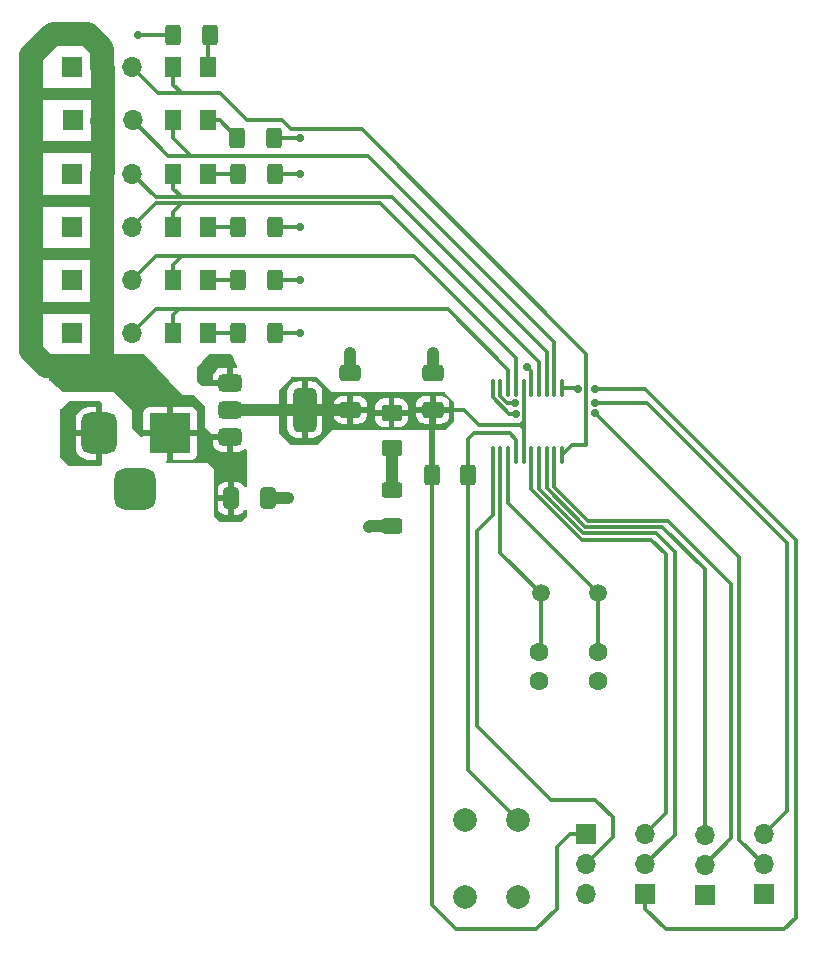
<source format=gbr>
%TF.GenerationSoftware,KiCad,Pcbnew,8.0.6*%
%TF.CreationDate,2025-01-24T14:08:04+11:00*%
%TF.ProjectId,STM32F070F6P6-Robot-Arm-2,53544d33-3246-4303-9730-463650362d52,rev?*%
%TF.SameCoordinates,Original*%
%TF.FileFunction,Copper,L1,Top*%
%TF.FilePolarity,Positive*%
%FSLAX46Y46*%
G04 Gerber Fmt 4.6, Leading zero omitted, Abs format (unit mm)*
G04 Created by KiCad (PCBNEW 8.0.6) date 2025-01-24 14:08:04*
%MOMM*%
%LPD*%
G01*
G04 APERTURE LIST*
G04 Aperture macros list*
%AMRoundRect*
0 Rectangle with rounded corners*
0 $1 Rounding radius*
0 $2 $3 $4 $5 $6 $7 $8 $9 X,Y pos of 4 corners*
0 Add a 4 corners polygon primitive as box body*
4,1,4,$2,$3,$4,$5,$6,$7,$8,$9,$2,$3,0*
0 Add four circle primitives for the rounded corners*
1,1,$1+$1,$2,$3*
1,1,$1+$1,$4,$5*
1,1,$1+$1,$6,$7*
1,1,$1+$1,$8,$9*
0 Add four rect primitives between the rounded corners*
20,1,$1+$1,$2,$3,$4,$5,0*
20,1,$1+$1,$4,$5,$6,$7,0*
20,1,$1+$1,$6,$7,$8,$9,0*
20,1,$1+$1,$8,$9,$2,$3,0*%
G04 Aperture macros list end*
%TA.AperFunction,SMDPad,CuDef*%
%ADD10RoundRect,0.250001X0.462499X0.624999X-0.462499X0.624999X-0.462499X-0.624999X0.462499X-0.624999X0*%
%TD*%
%TA.AperFunction,ComponentPad*%
%ADD11R,1.700000X1.700000*%
%TD*%
%TA.AperFunction,ComponentPad*%
%ADD12O,1.700000X1.700000*%
%TD*%
%TA.AperFunction,ComponentPad*%
%ADD13R,3.500000X3.500000*%
%TD*%
%TA.AperFunction,ComponentPad*%
%ADD14RoundRect,0.750000X-0.750000X-1.000000X0.750000X-1.000000X0.750000X1.000000X-0.750000X1.000000X0*%
%TD*%
%TA.AperFunction,ComponentPad*%
%ADD15RoundRect,0.875000X-0.875000X-0.875000X0.875000X-0.875000X0.875000X0.875000X-0.875000X0.875000X0*%
%TD*%
%TA.AperFunction,SMDPad,CuDef*%
%ADD16RoundRect,0.250000X0.400000X0.625000X-0.400000X0.625000X-0.400000X-0.625000X0.400000X-0.625000X0*%
%TD*%
%TA.AperFunction,ComponentPad*%
%ADD17C,1.500000*%
%TD*%
%TA.AperFunction,SMDPad,CuDef*%
%ADD18RoundRect,0.250000X-0.625000X0.400000X-0.625000X-0.400000X0.625000X-0.400000X0.625000X0.400000X0*%
%TD*%
%TA.AperFunction,SMDPad,CuDef*%
%ADD19RoundRect,0.250000X0.650000X-0.412500X0.650000X0.412500X-0.650000X0.412500X-0.650000X-0.412500X0*%
%TD*%
%TA.AperFunction,SMDPad,CuDef*%
%ADD20RoundRect,0.250000X-0.400000X-0.625000X0.400000X-0.625000X0.400000X0.625000X-0.400000X0.625000X0*%
%TD*%
%TA.AperFunction,SMDPad,CuDef*%
%ADD21RoundRect,0.250001X0.624999X-0.462499X0.624999X0.462499X-0.624999X0.462499X-0.624999X-0.462499X0*%
%TD*%
%TA.AperFunction,ComponentPad*%
%ADD22C,1.600000*%
%TD*%
%TA.AperFunction,ComponentPad*%
%ADD23C,2.000000*%
%TD*%
%TA.AperFunction,SMDPad,CuDef*%
%ADD24RoundRect,0.375000X-0.625000X-0.375000X0.625000X-0.375000X0.625000X0.375000X-0.625000X0.375000X0*%
%TD*%
%TA.AperFunction,SMDPad,CuDef*%
%ADD25RoundRect,0.500000X-0.500000X-1.400000X0.500000X-1.400000X0.500000X1.400000X-0.500000X1.400000X0*%
%TD*%
%TA.AperFunction,SMDPad,CuDef*%
%ADD26RoundRect,0.250000X-0.412500X-0.650000X0.412500X-0.650000X0.412500X0.650000X-0.412500X0.650000X0*%
%TD*%
%TA.AperFunction,SMDPad,CuDef*%
%ADD27RoundRect,0.100000X0.100000X-0.637500X0.100000X0.637500X-0.100000X0.637500X-0.100000X-0.637500X0*%
%TD*%
%TA.AperFunction,ViaPad*%
%ADD28C,0.700000*%
%TD*%
%TA.AperFunction,Conductor*%
%ADD29C,0.300000*%
%TD*%
%TA.AperFunction,Conductor*%
%ADD30C,1.000000*%
%TD*%
%TA.AperFunction,Conductor*%
%ADD31C,0.500000*%
%TD*%
%TA.AperFunction,Conductor*%
%ADD32C,0.200000*%
%TD*%
%TA.AperFunction,Conductor*%
%ADD33C,2.000000*%
%TD*%
G04 APERTURE END LIST*
D10*
%TO.P,T3C4_LED1,1,K*%
%TO.N,Net-(T3C4_LED1-K)*%
X68000000Y-63500000D03*
%TO.P,T3C4_LED1,2,A*%
%TO.N,/TIM3_CH4*%
X65025000Y-63500000D03*
%TD*%
D11*
%TO.P,TIM3_CH1,1,Pin_1*%
%TO.N,GND*%
X56500000Y-54500000D03*
D12*
%TO.P,TIM3_CH1,2,Pin_2*%
%TO.N,VBUS*%
X59040000Y-54500000D03*
%TO.P,TIM3_CH1,3,Pin_3*%
%TO.N,/TIM3_CH1*%
X61580000Y-54500000D03*
%TD*%
D13*
%TO.P,J10,1*%
%TO.N,VBUS*%
X64750000Y-81000000D03*
D14*
%TO.P,J10,2*%
%TO.N,GND*%
X58750000Y-81000000D03*
D15*
%TO.P,J10,3*%
%TO.N,unconnected-(J10-Pad3)*%
X61750000Y-85700000D03*
%TD*%
D16*
%TO.P,R1_1k6,1*%
%TO.N,GND*%
X73600000Y-72500000D03*
%TO.P,R1_1k6,2*%
%TO.N,Net-(T1C3_LED1-K)*%
X70500000Y-72500000D03*
%TD*%
D10*
%TO.P,T3C1_LED1,1,K*%
%TO.N,Net-(T3C1_LED1-K)*%
X67987500Y-54500000D03*
%TO.P,T3C1_LED1,2,A*%
%TO.N,/TIM3_CH1*%
X65012500Y-54500000D03*
%TD*%
D16*
%TO.P,R1_1k4,1*%
%TO.N,GND*%
X73600000Y-59000000D03*
%TO.P,R1_1k4,2*%
%TO.N,Net-(T3C2_LED1-K)*%
X70500000Y-59000000D03*
%TD*%
D17*
%TO.P,Y1,1,1*%
%TO.N,/HSE_OUT*%
X101000000Y-94500000D03*
%TO.P,Y1,2,2*%
%TO.N,/HSE_IN*%
X96120000Y-94500000D03*
%TD*%
D11*
%TO.P,TIM1_CH3,1,Pin_1*%
%TO.N,GND*%
X56460000Y-72500000D03*
D12*
%TO.P,TIM1_CH3,2,Pin_2*%
%TO.N,VBUS*%
X59000000Y-72500000D03*
%TO.P,TIM1_CH3,3,Pin_3*%
%TO.N,/TIM1_CH3*%
X61540000Y-72500000D03*
%TD*%
D11*
%TO.P,J7,1,Pin_1*%
%TO.N,+3V3*%
X100000000Y-114920000D03*
D12*
%TO.P,J7,2,Pin_2*%
%TO.N,/BOOT0*%
X100000000Y-117460000D03*
%TO.P,J7,3,Pin_3*%
%TO.N,GND*%
X100000000Y-120000000D03*
%TD*%
D18*
%TO.P,R1_1k1,1*%
%TO.N,/LED-*%
X83500000Y-85750000D03*
%TO.P,R1_1k1,2*%
%TO.N,GND*%
X83500000Y-88850000D03*
%TD*%
D10*
%TO.P,T1C3_LED1,1,K*%
%TO.N,Net-(T1C3_LED1-K)*%
X68000000Y-72500000D03*
%TO.P,T1C3_LED1,2,A*%
%TO.N,/TIM1_CH3*%
X65025000Y-72500000D03*
%TD*%
D19*
%TO.P,C1_100n1,1*%
%TO.N,+3V3*%
X87000000Y-79000000D03*
%TO.P,C1_100n1,2*%
%TO.N,GND*%
X87000000Y-75875000D03*
%TD*%
D20*
%TO.P,R1_1k2,1*%
%TO.N,GND*%
X65000000Y-47250000D03*
%TO.P,R1_1k2,2*%
%TO.N,Net-(T14C1_LED1-K)*%
X68100000Y-47250000D03*
%TD*%
%TO.P,R2_1k1,1*%
%TO.N,+3V3*%
X86900000Y-84500000D03*
%TO.P,R2_1k1,2*%
%TO.N,/NRST*%
X90000000Y-84500000D03*
%TD*%
D11*
%TO.P,TIM1_CH2,1,Pin_1*%
%TO.N,GND*%
X56460000Y-68000000D03*
D12*
%TO.P,TIM1_CH2,2,Pin_2*%
%TO.N,VBUS*%
X59000000Y-68000000D03*
%TO.P,TIM1_CH2,3,Pin_3*%
%TO.N,/TIM1_CH2*%
X61540000Y-68000000D03*
%TD*%
D11*
%TO.P,J6,1,Pin_1*%
%TO.N,GND*%
X110000000Y-120040000D03*
D12*
%TO.P,J6,2,Pin_2*%
%TO.N,/RX*%
X110000000Y-117500000D03*
%TO.P,J6,3,Pin_3*%
%TO.N,/TX*%
X110000000Y-114960000D03*
%TD*%
D21*
%TO.P,PWR_LED1,1,K*%
%TO.N,/LED-*%
X83500000Y-82225000D03*
%TO.P,PWR_LED1,2,A*%
%TO.N,+3V3*%
X83500000Y-79250000D03*
%TD*%
D16*
%TO.P,R1_1k7,1*%
%TO.N,GND*%
X73600000Y-63500000D03*
%TO.P,R1_1k7,2*%
%TO.N,Net-(T3C4_LED1-K)*%
X70500000Y-63500000D03*
%TD*%
D22*
%TO.P,C4_10p1,1*%
%TO.N,/HSE_IN*%
X96000000Y-99500000D03*
%TO.P,C4_10p1,2*%
%TO.N,GND*%
X96000000Y-102000000D03*
%TD*%
D23*
%TO.P,RESET1,1,C*%
%TO.N,GND*%
X89750000Y-120250000D03*
X89750000Y-113750000D03*
%TO.P,RESET1,2,D*%
%TO.N,/NRST*%
X94250000Y-120250000D03*
X94250000Y-113750000D03*
%TD*%
D24*
%TO.P,U2_AMS1117-3.3,1,GND*%
%TO.N,GND*%
X69850000Y-76700000D03*
%TO.P,U2_AMS1117-3.3,2,VO*%
%TO.N,+3V3*%
X69850000Y-79000000D03*
D25*
X76150000Y-79000000D03*
D24*
%TO.P,U2_AMS1117-3.3,3,VI*%
%TO.N,VBUS*%
X69850000Y-81300000D03*
%TD*%
D22*
%TO.P,C5_10p1,1*%
%TO.N,/HSE_OUT*%
X101000000Y-99500000D03*
%TO.P,C5_10p1,2*%
%TO.N,GND*%
X101000000Y-102000000D03*
%TD*%
D11*
%TO.P,TIM14_CH1,1,Pin_1*%
%TO.N,GND*%
X56475000Y-50000000D03*
D12*
%TO.P,TIM14_CH1,2,Pin_2*%
%TO.N,VBUS*%
X59015000Y-50000000D03*
%TO.P,TIM14_CH1,3,Pin_3*%
%TO.N,/TIM14_CH1*%
X61555000Y-50000000D03*
%TD*%
D11*
%TO.P,TIM3_CH2,1,Pin_1*%
%TO.N,GND*%
X56445000Y-59000000D03*
D12*
%TO.P,TIM3_CH2,2,Pin_2*%
%TO.N,VBUS*%
X58985000Y-59000000D03*
%TO.P,TIM3_CH2,3,Pin_3*%
%TO.N,/TIM3_CH2*%
X61525000Y-59000000D03*
%TD*%
D11*
%TO.P,TIM3_CH4,1,Pin_1*%
%TO.N,GND*%
X56475000Y-63500000D03*
D12*
%TO.P,TIM3_CH4,2,Pin_2*%
%TO.N,VBUS*%
X59015000Y-63500000D03*
%TO.P,TIM3_CH4,3,Pin_3*%
%TO.N,/TIM3_CH4*%
X61555000Y-63500000D03*
%TD*%
D16*
%TO.P,R1_1k3,1*%
%TO.N,GND*%
X73550000Y-56000000D03*
%TO.P,R1_1k3,2*%
%TO.N,Net-(T3C1_LED1-K)*%
X70450000Y-56000000D03*
%TD*%
D10*
%TO.P,T3C2_LED1,1,K*%
%TO.N,Net-(T3C2_LED1-K)*%
X68000000Y-59000000D03*
%TO.P,T3C2_LED1,2,A*%
%TO.N,/TIM3_CH2*%
X65025000Y-59000000D03*
%TD*%
D19*
%TO.P,C3_22u1,1*%
%TO.N,+3V3*%
X80000000Y-79000000D03*
%TO.P,C3_22u1,2*%
%TO.N,GND*%
X80000000Y-75875000D03*
%TD*%
D16*
%TO.P,R1_1k5,1*%
%TO.N,GND*%
X73600000Y-68000000D03*
%TO.P,R1_1k5,2*%
%TO.N,Net-(T1C2_LED1-K)*%
X70500000Y-68000000D03*
%TD*%
D10*
%TO.P,T1C2_LED1,1,K*%
%TO.N,Net-(T1C2_LED1-K)*%
X68000000Y-68000000D03*
%TO.P,T1C2_LED1,2,A*%
%TO.N,/TIM1_CH2*%
X65025000Y-68000000D03*
%TD*%
D11*
%TO.P,J8,1,Pin_1*%
%TO.N,GND*%
X115000000Y-120025000D03*
D12*
%TO.P,J8,2,Pin_2*%
%TO.N,/SWCLK*%
X115000000Y-117485000D03*
%TO.P,J8,3,Pin_3*%
%TO.N,/SWDIO*%
X115000000Y-114945000D03*
%TD*%
D26*
%TO.P,C2_22u1,1*%
%TO.N,VBUS*%
X69937500Y-86500000D03*
%TO.P,C2_22u1,2*%
%TO.N,GND*%
X73062500Y-86500000D03*
%TD*%
D11*
%TO.P,J9,1,Pin_1*%
%TO.N,/PA5*%
X105000000Y-120000000D03*
D12*
%TO.P,J9,2,Pin_2*%
%TO.N,/PA1*%
X105000000Y-117460000D03*
%TO.P,J9,3,Pin_3*%
%TO.N,/PA0*%
X105000000Y-114920000D03*
%TD*%
D10*
%TO.P,T14C1_LED1,1,K*%
%TO.N,Net-(T14C1_LED1-K)*%
X68000000Y-50000000D03*
%TO.P,T14C1_LED1,2,A*%
%TO.N,/TIM14_CH1*%
X65025000Y-50000000D03*
%TD*%
D27*
%TO.P,U1,1,BOOT0*%
%TO.N,/BOOT0*%
X92075000Y-82862500D03*
%TO.P,U1,2,PF0*%
%TO.N,/HSE_IN*%
X92725000Y-82862500D03*
%TO.P,U1,3,PF1*%
%TO.N,/HSE_OUT*%
X93375000Y-82862500D03*
%TO.P,U1,4,NRST*%
%TO.N,/NRST*%
X94025000Y-82862500D03*
%TO.P,U1,5,VDDA*%
%TO.N,+3V3*%
X94675000Y-82862500D03*
%TO.P,U1,6,PA0*%
%TO.N,/PA0*%
X95325000Y-82862500D03*
%TO.P,U1,7,PA1*%
%TO.N,/PA1*%
X95975000Y-82862500D03*
%TO.P,U1,8,PA2*%
%TO.N,/TX*%
X96625000Y-82862500D03*
%TO.P,U1,9,PA3*%
%TO.N,/RX*%
X97275000Y-82862500D03*
%TO.P,U1,10,PA4*%
%TO.N,/TIM14_CH1*%
X97925000Y-82862500D03*
%TO.P,U1,11,PA5*%
%TO.N,/PA5*%
X97925000Y-77137500D03*
%TO.P,U1,12,PA6*%
%TO.N,/TIM3_CH1*%
X97275000Y-77137500D03*
%TO.P,U1,13,PA7*%
%TO.N,/TIM3_CH2*%
X96625000Y-77137500D03*
%TO.P,U1,14,PB1*%
%TO.N,/TIM3_CH4*%
X95975000Y-77137500D03*
%TO.P,U1,15,VSS*%
%TO.N,GND*%
X95325000Y-77137500D03*
%TO.P,U1,16,VDD*%
%TO.N,+3V3*%
X94675000Y-77137500D03*
%TO.P,U1,17,PA9/PA11*%
%TO.N,/TIM1_CH2*%
X94025000Y-77137500D03*
%TO.P,U1,18,PA10/PA12*%
%TO.N,/TIM1_CH3*%
X93375000Y-77137500D03*
%TO.P,U1,19,PA13*%
%TO.N,/SWDIO*%
X92725000Y-77137500D03*
%TO.P,U1,20,PA14*%
%TO.N,/SWCLK*%
X92075000Y-77137500D03*
%TD*%
D28*
%TO.N,GND*%
X74750000Y-86500000D03*
X75750000Y-63500000D03*
X75750000Y-72500000D03*
X80000000Y-74200000D03*
X56600000Y-78800000D03*
X95000000Y-75400000D03*
X87000000Y-74200000D03*
X75750000Y-56000000D03*
X75750000Y-59000000D03*
X56600000Y-83200000D03*
X56000000Y-81000000D03*
X62000000Y-47300000D03*
X67800000Y-76200000D03*
X75750000Y-68000000D03*
X81600000Y-88900000D03*
X69000000Y-74800000D03*
%TO.N,/SWCLK*%
X94004017Y-79324534D03*
X100700000Y-79300003D03*
%TO.N,/SWDIO*%
X93975000Y-78425000D03*
X100700000Y-78400000D03*
%TO.N,/PA5*%
X100700000Y-77200000D03*
X99300000Y-77200000D03*
%TD*%
D29*
%TO.N,/TIM14_CH1*%
X98787500Y-82000000D02*
X97925000Y-82862500D01*
X100000000Y-74250000D02*
X100000000Y-82000000D01*
X81000000Y-55250000D02*
X100000000Y-74250000D01*
X75000000Y-55250000D02*
X81000000Y-55250000D01*
X100000000Y-82000000D02*
X98787500Y-82000000D01*
X71300000Y-54500000D02*
X74250000Y-54500000D01*
X74250000Y-54500000D02*
X75000000Y-55250000D01*
X69000000Y-52200000D02*
X71300000Y-54500000D01*
X65750000Y-52200000D02*
X69000000Y-52200000D01*
%TO.N,Net-(T3C4_LED1-K)*%
X68000000Y-63500000D02*
X70500000Y-63500000D01*
D30*
%TO.N,GND*%
X81650000Y-88850000D02*
X81600000Y-88900000D01*
D29*
X95325000Y-77137500D02*
X95325000Y-75725000D01*
X65000000Y-47250000D02*
X62050000Y-47250000D01*
D30*
X73062500Y-86500000D02*
X74750000Y-86500000D01*
D29*
X73600000Y-72500000D02*
X75750000Y-72500000D01*
D30*
X87000000Y-75875000D02*
X87000000Y-74200000D01*
D29*
X73600000Y-59000000D02*
X75750000Y-59000000D01*
X95325000Y-75725000D02*
X95000000Y-75400000D01*
X73550000Y-56000000D02*
X75750000Y-56000000D01*
D30*
X83500000Y-88850000D02*
X81650000Y-88850000D01*
D29*
X62050000Y-47250000D02*
X62000000Y-47300000D01*
X73600000Y-68000000D02*
X75750000Y-68000000D01*
X73600000Y-63500000D02*
X75750000Y-63500000D01*
D30*
X80000000Y-75875000D02*
X80000000Y-74200000D01*
D29*
%TO.N,+3V3*%
X94675000Y-77137500D02*
X94704017Y-77166517D01*
X98580000Y-114920000D02*
X97500000Y-116000000D01*
X94404017Y-80250000D02*
X94704017Y-79950000D01*
X95750000Y-123000000D02*
X89000000Y-123000000D01*
X90900000Y-80250000D02*
X89650000Y-79000000D01*
D31*
X86900000Y-84500000D02*
X86900000Y-79100000D01*
D30*
X76150000Y-79000000D02*
X80000000Y-79000000D01*
D29*
X94704017Y-82833483D02*
X94675000Y-82862500D01*
X94400000Y-80250000D02*
X90900000Y-80250000D01*
X94704017Y-80550000D02*
X94704017Y-82833483D01*
D32*
X87000000Y-83950000D02*
X86450000Y-84500000D01*
D29*
X94404017Y-80250000D02*
X94704017Y-80550000D01*
D31*
X86900000Y-79100000D02*
X87000000Y-79000000D01*
D29*
X94704017Y-79950000D02*
X94704017Y-80250000D01*
X89000000Y-123000000D02*
X86900000Y-120900000D01*
X97500000Y-121250000D02*
X95750000Y-123000000D01*
X94704017Y-77166517D02*
X94704017Y-79950000D01*
X94400000Y-80250000D02*
X94404017Y-80250000D01*
X89650000Y-79000000D02*
X87000000Y-79000000D01*
D30*
X69850000Y-79000000D02*
X76150000Y-79000000D01*
D29*
X86900000Y-120900000D02*
X86900000Y-84500000D01*
X100000000Y-114920000D02*
X98580000Y-114920000D01*
X94704017Y-80250000D02*
X94704017Y-80550000D01*
X97500000Y-116000000D02*
X97500000Y-121250000D01*
X94704017Y-80250000D02*
X94400000Y-80250000D01*
D33*
%TO.N,VBUS*%
X53000000Y-70400000D02*
X53000000Y-74000000D01*
D30*
X58900000Y-65800000D02*
X59000000Y-65900000D01*
D33*
X59000000Y-72500000D02*
X59000000Y-70300000D01*
X59040000Y-52250000D02*
X59040000Y-50025000D01*
D30*
X53000000Y-65800000D02*
X58900000Y-65800000D01*
D33*
X53000000Y-56800000D02*
X53000000Y-61300000D01*
X59015000Y-48440000D02*
X57775000Y-47200000D01*
X59015000Y-59030000D02*
X58985000Y-59000000D01*
X59000000Y-75250000D02*
X59000000Y-72500000D01*
X59015000Y-63500000D02*
X59015000Y-61500000D01*
X53000000Y-49000000D02*
X53000000Y-52200000D01*
X59040000Y-58945000D02*
X58985000Y-59000000D01*
X54800000Y-47200000D02*
X53000000Y-49000000D01*
X53000000Y-61300000D02*
X53000000Y-65800000D01*
D30*
X59040000Y-52250000D02*
X53050000Y-52250000D01*
X53000000Y-61300000D02*
X58815000Y-61300000D01*
X58900000Y-70400000D02*
X59000000Y-70300000D01*
D33*
X53000000Y-52200000D02*
X53000000Y-56800000D01*
X58985000Y-54555000D02*
X59040000Y-54500000D01*
D30*
X53050000Y-52250000D02*
X53000000Y-52200000D01*
D33*
X59015000Y-61500000D02*
X59015000Y-59030000D01*
X59040000Y-56750000D02*
X59040000Y-58945000D01*
D30*
X53000000Y-70400000D02*
X58900000Y-70400000D01*
D33*
X59000000Y-68000000D02*
X59000000Y-65900000D01*
X59000000Y-65900000D02*
X59000000Y-63515000D01*
X57775000Y-47200000D02*
X54800000Y-47200000D01*
X59040000Y-54500000D02*
X59040000Y-56750000D01*
X59040000Y-50025000D02*
X59015000Y-50000000D01*
X59000000Y-70300000D02*
X59000000Y-68000000D01*
D30*
X53050000Y-56750000D02*
X53000000Y-56800000D01*
D33*
X59015000Y-50000000D02*
X59015000Y-48440000D01*
X59000000Y-63515000D02*
X59015000Y-63500000D01*
X53000000Y-74000000D02*
X54250000Y-75250000D01*
X54250000Y-75250000D02*
X59000000Y-75250000D01*
X53000000Y-65800000D02*
X53000000Y-70400000D01*
D30*
X59040000Y-56750000D02*
X53050000Y-56750000D01*
X58815000Y-61300000D02*
X59015000Y-61500000D01*
D33*
X59040000Y-54500000D02*
X59040000Y-52250000D01*
D29*
%TO.N,/TIM1_CH3*%
X65025000Y-70975000D02*
X65500000Y-70500000D01*
X93375000Y-75625000D02*
X88250000Y-70500000D01*
X65025000Y-72500000D02*
X65025000Y-70975000D01*
X63540000Y-70500000D02*
X61540000Y-72500000D01*
X65500000Y-70500000D02*
X63540000Y-70500000D01*
X88250000Y-70500000D02*
X65500000Y-70500000D01*
X93375000Y-77137500D02*
X93375000Y-75625000D01*
%TO.N,/TIM3_CH2*%
X61525000Y-59000000D02*
X63525000Y-61000000D01*
X65025000Y-60275000D02*
X65750000Y-61000000D01*
X65025000Y-59000000D02*
X65025000Y-60275000D01*
X65750000Y-61000000D02*
X83500000Y-61000000D01*
X96625000Y-74125000D02*
X96625000Y-77137500D01*
X63525000Y-61000000D02*
X65750000Y-61000000D01*
X83500000Y-61000000D02*
X96625000Y-74125000D01*
%TO.N,/TIM3_CH1*%
X65012500Y-56012500D02*
X66500000Y-57500000D01*
X97275000Y-73275000D02*
X97275000Y-77137500D01*
X64580000Y-57500000D02*
X66500000Y-57500000D01*
X66500000Y-57500000D02*
X81500000Y-57500000D01*
X61580000Y-54500000D02*
X64580000Y-57500000D01*
X81500000Y-57500000D02*
X97275000Y-73275000D01*
X65012500Y-54500000D02*
X65012500Y-56012500D01*
%TO.N,/TIM3_CH4*%
X95975000Y-74975000D02*
X95975000Y-77137500D01*
X63555000Y-61500000D02*
X65750000Y-61500000D01*
X61555000Y-63500000D02*
X63555000Y-61500000D01*
X65025000Y-62225000D02*
X65750000Y-61500000D01*
X65025000Y-63500000D02*
X65025000Y-62225000D01*
X82500000Y-61500000D02*
X95975000Y-74975000D01*
X65750000Y-61500000D02*
X82500000Y-61500000D01*
%TO.N,/HSE_IN*%
X92725000Y-82862500D02*
X92725000Y-91105000D01*
X96120000Y-99380000D02*
X96000000Y-99500000D01*
X96120000Y-94500000D02*
X96120000Y-99380000D01*
X92725000Y-91105000D02*
X96120000Y-94500000D01*
%TO.N,/HSE_OUT*%
X101000000Y-94500000D02*
X101000000Y-99500000D01*
X93375000Y-86875000D02*
X101000000Y-94500000D01*
X93375000Y-82862500D02*
X93375000Y-86875000D01*
%TO.N,/SWCLK*%
X112900000Y-115385000D02*
X115000000Y-117485000D01*
X92075000Y-77921275D02*
X93478259Y-79324534D01*
X100650000Y-79200000D02*
X112900000Y-91450000D01*
X93478259Y-79324534D02*
X94004017Y-79324534D01*
X92075000Y-77137500D02*
X92075000Y-77921275D01*
X112900000Y-91450000D02*
X112900000Y-115385000D01*
%TO.N,/SWDIO*%
X100650000Y-78400000D02*
X105100000Y-78400000D01*
X92725000Y-77864168D02*
X92725000Y-77137500D01*
X105100000Y-78400000D02*
X117000000Y-90300000D01*
X100650000Y-78400000D02*
X100700000Y-78400000D01*
X93285832Y-78425000D02*
X92725000Y-77864168D01*
X93975000Y-78425000D02*
X93285832Y-78425000D01*
X117000000Y-90300000D02*
X117000000Y-112945000D01*
X117000000Y-112945000D02*
X115000000Y-114945000D01*
D30*
%TO.N,/LED-*%
X83500000Y-82225000D02*
X83500000Y-85750000D01*
D29*
%TO.N,/BOOT0*%
X92075000Y-82862500D02*
X92075000Y-87925000D01*
X92075000Y-87925000D02*
X90750000Y-89250000D01*
X90750000Y-105750000D02*
X97000000Y-112000000D01*
X102250000Y-113500000D02*
X102250000Y-115210000D01*
X102250000Y-115210000D02*
X100000000Y-117460000D01*
X100750000Y-112000000D02*
X102250000Y-113500000D01*
X90750000Y-89250000D02*
X90750000Y-105750000D01*
X97000000Y-112000000D02*
X100750000Y-112000000D01*
%TO.N,/PA1*%
X107460000Y-115000000D02*
X105000000Y-117460000D01*
X95975000Y-85669607D02*
X99695590Y-89390197D01*
X95975000Y-82862500D02*
X95975000Y-85669607D01*
X99695590Y-89390197D02*
X105890197Y-89390197D01*
X105890197Y-89390197D02*
X107500000Y-91000000D01*
X107500000Y-91000000D02*
X107500000Y-115000000D01*
X107500000Y-115000000D02*
X107460000Y-115000000D01*
%TO.N,/TIM14_CH1*%
X63755000Y-52200000D02*
X65750000Y-52200000D01*
X61555000Y-50000000D02*
X63755000Y-52200000D01*
X65025000Y-51475000D02*
X65750000Y-52200000D01*
X65025000Y-50000000D02*
X65025000Y-51475000D01*
%TO.N,/NRST*%
X90000000Y-81500000D02*
X90000000Y-109500000D01*
X90500000Y-81000000D02*
X90000000Y-81500000D01*
X94025000Y-81525000D02*
X93500000Y-81000000D01*
X90000000Y-109500000D02*
X94250000Y-113750000D01*
X93500000Y-81000000D02*
X90500000Y-81000000D01*
X94025000Y-82862500D02*
X94025000Y-81525000D01*
%TO.N,/PA0*%
X95325000Y-85726713D02*
X99598287Y-90000000D01*
X106750000Y-91250000D02*
X106750000Y-113170000D01*
X106750000Y-113170000D02*
X105000000Y-114920000D01*
X99598287Y-90000000D02*
X105500000Y-90000000D01*
X105500000Y-90000000D02*
X106750000Y-91250000D01*
X95325000Y-82862500D02*
X95325000Y-85726713D01*
%TO.N,/PA5*%
X117750000Y-122000000D02*
X116750000Y-123000000D01*
X100700000Y-77200000D02*
X104950000Y-77200000D01*
X105000000Y-121250000D02*
X105000000Y-120000000D01*
X104950000Y-77200000D02*
X117750000Y-90000000D01*
X106750000Y-123000000D02*
X105000000Y-121250000D01*
X97925000Y-77137500D02*
X99237500Y-77137500D01*
X116750000Y-123000000D02*
X106750000Y-123000000D01*
X99237500Y-77137500D02*
X99300000Y-77200000D01*
X117750000Y-90000000D02*
X117750000Y-122000000D01*
%TO.N,/TX*%
X96625000Y-85612500D02*
X99902697Y-88890197D01*
X96625000Y-82862500D02*
X96625000Y-85612500D01*
X99902697Y-88890197D02*
X106390197Y-88890197D01*
X110000000Y-92500000D02*
X110000000Y-114960000D01*
X106390197Y-88890197D02*
X110000000Y-92500000D01*
%TO.N,/RX*%
X97275000Y-85555393D02*
X100109804Y-88390197D01*
X112250000Y-93750000D02*
X112250000Y-115250000D01*
X97275000Y-82862500D02*
X97275000Y-85555393D01*
X112250000Y-115250000D02*
X110000000Y-117500000D01*
X106890197Y-88390197D02*
X112250000Y-93750000D01*
X100109804Y-88390197D02*
X106890197Y-88390197D01*
%TO.N,/TIM1_CH2*%
X65025000Y-68000000D02*
X65025000Y-66725000D01*
X65025000Y-66725000D02*
X65750000Y-66000000D01*
X65750000Y-66000000D02*
X85375000Y-66000000D01*
X85375000Y-66000000D02*
X94025000Y-74650000D01*
X61540000Y-68000000D02*
X63540000Y-66000000D01*
X63540000Y-66000000D02*
X65750000Y-66000000D01*
X94025000Y-74650000D02*
X94025000Y-77137500D01*
%TO.N,Net-(T14C1_LED1-K)*%
X68000000Y-50000000D02*
X68000000Y-47350000D01*
X68000000Y-47350000D02*
X68100000Y-47250000D01*
%TO.N,Net-(T3C1_LED1-K)*%
X68950000Y-54500000D02*
X70450000Y-56000000D01*
X67987500Y-54500000D02*
X68950000Y-54500000D01*
%TO.N,Net-(T3C2_LED1-K)*%
X68000000Y-59000000D02*
X70500000Y-59000000D01*
%TO.N,Net-(T1C2_LED1-K)*%
X68000000Y-68000000D02*
X70500000Y-68000000D01*
%TO.N,Net-(T1C3_LED1-K)*%
X68000000Y-72500000D02*
X70500000Y-72500000D01*
%TD*%
%TA.AperFunction,Conductor*%
%TO.N,VBUS*%
G36*
X62512967Y-74269685D02*
G01*
X62536792Y-74289622D01*
X65750000Y-77750000D01*
X66698638Y-77750000D01*
X66765677Y-77769685D01*
X66786319Y-77786319D01*
X67713681Y-78713681D01*
X67747166Y-78775004D01*
X67750000Y-78801362D01*
X67750000Y-80500000D01*
X68250000Y-81000000D01*
X68250001Y-81000000D01*
X68253318Y-81001374D01*
X68315677Y-81019685D01*
X68336319Y-81036319D01*
X68350000Y-81050000D01*
X69976000Y-81050000D01*
X70043039Y-81069685D01*
X70088794Y-81122489D01*
X70100000Y-81174000D01*
X70100000Y-82550000D01*
X70551097Y-82550000D01*
X70593824Y-82547102D01*
X70778523Y-82501168D01*
X70949021Y-82416610D01*
X71048312Y-82336797D01*
X71112896Y-82310138D01*
X71181640Y-82322628D01*
X71232719Y-82370301D01*
X71250000Y-82433444D01*
X71250000Y-85443251D01*
X71230315Y-85510290D01*
X71177511Y-85556045D01*
X71108353Y-85565989D01*
X71044797Y-85536964D01*
X71020461Y-85508348D01*
X70942315Y-85381654D01*
X70818345Y-85257684D01*
X70669124Y-85165643D01*
X70669119Y-85165641D01*
X70502697Y-85110494D01*
X70502690Y-85110493D01*
X70399986Y-85100000D01*
X70187500Y-85100000D01*
X70187500Y-87899999D01*
X70399972Y-87899999D01*
X70399986Y-87899998D01*
X70502697Y-87889505D01*
X70669119Y-87834358D01*
X70669124Y-87834356D01*
X70818345Y-87742315D01*
X70942315Y-87618345D01*
X71020461Y-87491651D01*
X71072409Y-87444927D01*
X71141372Y-87433704D01*
X71205454Y-87461548D01*
X71244310Y-87519616D01*
X71250000Y-87556748D01*
X71250000Y-87948638D01*
X71230315Y-88015677D01*
X71213681Y-88036319D01*
X70786319Y-88463681D01*
X70724996Y-88497166D01*
X70698638Y-88500000D01*
X69051362Y-88500000D01*
X68984323Y-88480315D01*
X68963681Y-88463681D01*
X68536319Y-88036319D01*
X68502834Y-87974996D01*
X68500000Y-87948638D01*
X68500000Y-87199986D01*
X68775001Y-87199986D01*
X68785494Y-87302697D01*
X68840641Y-87469119D01*
X68840643Y-87469124D01*
X68932684Y-87618345D01*
X69056654Y-87742315D01*
X69205875Y-87834356D01*
X69205880Y-87834358D01*
X69372302Y-87889505D01*
X69372309Y-87889506D01*
X69475019Y-87899999D01*
X69687499Y-87899999D01*
X69687500Y-87899998D01*
X69687500Y-86750000D01*
X68775001Y-86750000D01*
X68775001Y-87199986D01*
X68500000Y-87199986D01*
X68500000Y-85800013D01*
X68775000Y-85800013D01*
X68775000Y-86250000D01*
X69687500Y-86250000D01*
X69687500Y-85100000D01*
X69475029Y-85100000D01*
X69475012Y-85100001D01*
X69372302Y-85110494D01*
X69205880Y-85165641D01*
X69205875Y-85165643D01*
X69056654Y-85257684D01*
X68932684Y-85381654D01*
X68840643Y-85530875D01*
X68840641Y-85530880D01*
X68785494Y-85697302D01*
X68785493Y-85697309D01*
X68775000Y-85800013D01*
X68500000Y-85800013D01*
X68500000Y-84000000D01*
X68000000Y-83500000D01*
X64551362Y-83500000D01*
X64484323Y-83480315D01*
X64463681Y-83463681D01*
X64461681Y-83461681D01*
X64428196Y-83400358D01*
X64433180Y-83330666D01*
X64465223Y-83287861D01*
X64463681Y-83286319D01*
X64474411Y-83275588D01*
X64475052Y-83274733D01*
X64475394Y-83274605D01*
X64500000Y-83250000D01*
X64500000Y-82433012D01*
X64557007Y-82465925D01*
X64684174Y-82500000D01*
X64815826Y-82500000D01*
X64942993Y-82465925D01*
X65000000Y-82433012D01*
X65000000Y-83250000D01*
X66547828Y-83250000D01*
X66547844Y-83249999D01*
X66607372Y-83243598D01*
X66607379Y-83243596D01*
X66742086Y-83193354D01*
X66742093Y-83193350D01*
X66857187Y-83107190D01*
X66857190Y-83107187D01*
X66943350Y-82992093D01*
X66943354Y-82992086D01*
X66993596Y-82857379D01*
X66993598Y-82857372D01*
X66999999Y-82797844D01*
X67000000Y-82797827D01*
X67000000Y-81751096D01*
X68350000Y-81751096D01*
X68352897Y-81793824D01*
X68398831Y-81978523D01*
X68483390Y-82149022D01*
X68483392Y-82149025D01*
X68602632Y-82297366D01*
X68602633Y-82297367D01*
X68750974Y-82416607D01*
X68750977Y-82416609D01*
X68921476Y-82501168D01*
X69106175Y-82547102D01*
X69148903Y-82550000D01*
X69600000Y-82550000D01*
X69600000Y-81550000D01*
X68350000Y-81550000D01*
X68350000Y-81751096D01*
X67000000Y-81751096D01*
X67000000Y-81250000D01*
X65250000Y-81250000D01*
X65250000Y-80750000D01*
X67000000Y-80750000D01*
X67000000Y-79202172D01*
X66999999Y-79202155D01*
X66993598Y-79142627D01*
X66993596Y-79142620D01*
X66943354Y-79007913D01*
X66943350Y-79007906D01*
X66857190Y-78892812D01*
X66857187Y-78892809D01*
X66742093Y-78806649D01*
X66742086Y-78806645D01*
X66607379Y-78756403D01*
X66607372Y-78756401D01*
X66547844Y-78750000D01*
X65000000Y-78750000D01*
X65000000Y-79566988D01*
X64942993Y-79534075D01*
X64815826Y-79500000D01*
X64684174Y-79500000D01*
X64557007Y-79534075D01*
X64500000Y-79566988D01*
X64500000Y-78750000D01*
X62952155Y-78750000D01*
X62892627Y-78756401D01*
X62892620Y-78756403D01*
X62757913Y-78806645D01*
X62757906Y-78806649D01*
X62642812Y-78892809D01*
X62642809Y-78892812D01*
X62556649Y-79007906D01*
X62556645Y-79007913D01*
X62506403Y-79142620D01*
X62506401Y-79142627D01*
X62500000Y-79202155D01*
X62500000Y-80750000D01*
X64250000Y-80750000D01*
X64250000Y-81250000D01*
X62500000Y-81250000D01*
X62463681Y-81286319D01*
X62461415Y-81284053D01*
X62427511Y-81313432D01*
X62358353Y-81323376D01*
X62294797Y-81294351D01*
X62288319Y-81288319D01*
X61536319Y-80536319D01*
X61502834Y-80474996D01*
X61500000Y-80448638D01*
X61500000Y-79000000D01*
X60000000Y-77500000D01*
X55793497Y-77500000D01*
X55726458Y-77480315D01*
X55716035Y-77472828D01*
X54546538Y-76537230D01*
X54506486Y-76479979D01*
X54500000Y-76440402D01*
X54500000Y-74551362D01*
X54519685Y-74484323D01*
X54536319Y-74463681D01*
X54713681Y-74286319D01*
X54775004Y-74252834D01*
X54801362Y-74250000D01*
X62445928Y-74250000D01*
X62512967Y-74269685D01*
G37*
%TD.AperFunction*%
%TD*%
%TA.AperFunction,Conductor*%
%TO.N,GND*%
G36*
X69984372Y-74319685D02*
G01*
X70030127Y-74372489D01*
X70031795Y-74376308D01*
X70407629Y-75278310D01*
X70415243Y-75347761D01*
X70384099Y-75410306D01*
X70324084Y-75446084D01*
X70293167Y-75450000D01*
X70100000Y-75450000D01*
X70100000Y-76826000D01*
X70080315Y-76893039D01*
X70027511Y-76938794D01*
X69976000Y-76950000D01*
X68350000Y-76950000D01*
X68336319Y-76963681D01*
X68274996Y-76997166D01*
X68248638Y-77000000D01*
X67551362Y-77000000D01*
X67484323Y-76980315D01*
X67463681Y-76963681D01*
X67036319Y-76536319D01*
X67002834Y-76474996D01*
X67000000Y-76448638D01*
X67000000Y-76248903D01*
X68350000Y-76248903D01*
X68350000Y-76450000D01*
X69600000Y-76450000D01*
X69600000Y-75450000D01*
X69148903Y-75450000D01*
X69106175Y-75452897D01*
X68921476Y-75498831D01*
X68750977Y-75583390D01*
X68750974Y-75583392D01*
X68602633Y-75702632D01*
X68602632Y-75702633D01*
X68483392Y-75850974D01*
X68483390Y-75850977D01*
X68398831Y-76021476D01*
X68352897Y-76206175D01*
X68350000Y-76248903D01*
X67000000Y-76248903D01*
X67000000Y-75544893D01*
X67019685Y-75477854D01*
X67028736Y-75465516D01*
X67962819Y-74344616D01*
X68020858Y-74305718D01*
X68058078Y-74300000D01*
X69917333Y-74300000D01*
X69984372Y-74319685D01*
G37*
%TD.AperFunction*%
%TD*%
%TA.AperFunction,Conductor*%
%TO.N,GND*%
G36*
X58767426Y-78269685D02*
G01*
X58788428Y-78286680D01*
X58964042Y-78463744D01*
X58997274Y-78525203D01*
X59000000Y-78551063D01*
X59000000Y-79566988D01*
X58942993Y-79534075D01*
X58815826Y-79500000D01*
X58684174Y-79500000D01*
X58557007Y-79534075D01*
X58500000Y-79566988D01*
X58500000Y-78750000D01*
X57935817Y-78750000D01*
X57935802Y-78750001D01*
X57803667Y-78760400D01*
X57585480Y-78815377D01*
X57380625Y-78908428D01*
X57380619Y-78908431D01*
X57195676Y-79036559D01*
X57195664Y-79036569D01*
X57036569Y-79195664D01*
X57036559Y-79195676D01*
X56908431Y-79380619D01*
X56908428Y-79380625D01*
X56815377Y-79585480D01*
X56760400Y-79803667D01*
X56750000Y-79935803D01*
X56750000Y-80750000D01*
X58250000Y-80750000D01*
X58250000Y-81250000D01*
X56750001Y-81250000D01*
X56750001Y-82064197D01*
X56760400Y-82196332D01*
X56815377Y-82414519D01*
X56908428Y-82619374D01*
X56908431Y-82619380D01*
X57036559Y-82804323D01*
X57036569Y-82804335D01*
X57195664Y-82963430D01*
X57195676Y-82963440D01*
X57380619Y-83091568D01*
X57380625Y-83091571D01*
X57585480Y-83184622D01*
X57803667Y-83239599D01*
X57935810Y-83249999D01*
X58499999Y-83249999D01*
X58500000Y-83249998D01*
X58500000Y-82433012D01*
X58557007Y-82465925D01*
X58684174Y-82500000D01*
X58815826Y-82500000D01*
X58942993Y-82465925D01*
X59000000Y-82433012D01*
X59000000Y-83490402D01*
X58980315Y-83557441D01*
X58953462Y-83587230D01*
X58783965Y-83722828D01*
X58719319Y-83749336D01*
X58706503Y-83750000D01*
X56249036Y-83750000D01*
X56181997Y-83730315D01*
X56164227Y-83716463D01*
X55439191Y-83036741D01*
X55403747Y-82976529D01*
X55400000Y-82946278D01*
X55400000Y-79055957D01*
X55419685Y-78988918D01*
X55441959Y-78962977D01*
X55503782Y-78908428D01*
X56214844Y-78281020D01*
X56278136Y-78251426D01*
X56296885Y-78250000D01*
X58700387Y-78250000D01*
X58767426Y-78269685D01*
G37*
%TD.AperFunction*%
%TD*%
%TA.AperFunction,Conductor*%
%TO.N,+3V3*%
G36*
X77265677Y-76269685D02*
G01*
X77286319Y-76286319D01*
X78500000Y-77500000D01*
X87948638Y-77500000D01*
X88015677Y-77519685D01*
X88036319Y-77536319D01*
X88713681Y-78213681D01*
X88747166Y-78275004D01*
X88750000Y-78301362D01*
X88750000Y-79948638D01*
X88730315Y-80015677D01*
X88713681Y-80036319D01*
X88036319Y-80713681D01*
X87974996Y-80747166D01*
X87948638Y-80750000D01*
X78499999Y-80750000D01*
X77286319Y-81963681D01*
X77224996Y-81997166D01*
X77198638Y-82000000D01*
X75051362Y-82000000D01*
X74984323Y-81980315D01*
X74963681Y-81963681D01*
X74036319Y-81036319D01*
X74002834Y-80974996D01*
X74000000Y-80948638D01*
X74000000Y-80458000D01*
X74650000Y-80458000D01*
X74660608Y-80577325D01*
X74660609Y-80577328D01*
X74716557Y-80772861D01*
X74810721Y-80953129D01*
X74939246Y-81110753D01*
X75096870Y-81239278D01*
X75277138Y-81333442D01*
X75472671Y-81389390D01*
X75472674Y-81389391D01*
X75591999Y-81399999D01*
X75592002Y-81400000D01*
X75900000Y-81400000D01*
X76400000Y-81400000D01*
X76707998Y-81400000D01*
X76708000Y-81399999D01*
X76827325Y-81389391D01*
X76827328Y-81389390D01*
X77022861Y-81333442D01*
X77203129Y-81239278D01*
X77360753Y-81110753D01*
X77489278Y-80953129D01*
X77583442Y-80772861D01*
X77639390Y-80577328D01*
X77639391Y-80577325D01*
X77649999Y-80458000D01*
X77650000Y-80457998D01*
X77650000Y-79462486D01*
X78600001Y-79462486D01*
X78610494Y-79565197D01*
X78665641Y-79731619D01*
X78665643Y-79731624D01*
X78757684Y-79880845D01*
X78881654Y-80004815D01*
X79030875Y-80096856D01*
X79030880Y-80096858D01*
X79197302Y-80152005D01*
X79197309Y-80152006D01*
X79300019Y-80162499D01*
X79749999Y-80162499D01*
X80250000Y-80162499D01*
X80699972Y-80162499D01*
X80699986Y-80162498D01*
X80802697Y-80152005D01*
X80969119Y-80096858D01*
X80969124Y-80096856D01*
X81118345Y-80004815D01*
X81242315Y-79880845D01*
X81315321Y-79762485D01*
X82125000Y-79762485D01*
X82135493Y-79865189D01*
X82135494Y-79865196D01*
X82190641Y-80031618D01*
X82190643Y-80031623D01*
X82282684Y-80180844D01*
X82406655Y-80304815D01*
X82555876Y-80396856D01*
X82555881Y-80396858D01*
X82722303Y-80452005D01*
X82722310Y-80452006D01*
X82825014Y-80462499D01*
X82825027Y-80462500D01*
X83250000Y-80462500D01*
X83750000Y-80462500D01*
X84174973Y-80462500D01*
X84174985Y-80462499D01*
X84277689Y-80452006D01*
X84277696Y-80452005D01*
X84444118Y-80396858D01*
X84444123Y-80396856D01*
X84593344Y-80304815D01*
X84717315Y-80180844D01*
X84809356Y-80031623D01*
X84809358Y-80031618D01*
X84864505Y-79865196D01*
X84864506Y-79865189D01*
X84874999Y-79762485D01*
X84875000Y-79762472D01*
X84875000Y-79500000D01*
X83750000Y-79500000D01*
X83750000Y-80462500D01*
X83250000Y-80462500D01*
X83250000Y-79500000D01*
X82125000Y-79500000D01*
X82125000Y-79762485D01*
X81315321Y-79762485D01*
X81334356Y-79731624D01*
X81334358Y-79731619D01*
X81389505Y-79565197D01*
X81389506Y-79565190D01*
X81399999Y-79462486D01*
X85600001Y-79462486D01*
X85610494Y-79565197D01*
X85665641Y-79731619D01*
X85665643Y-79731624D01*
X85757684Y-79880845D01*
X85881654Y-80004815D01*
X86030875Y-80096856D01*
X86030880Y-80096858D01*
X86197302Y-80152005D01*
X86197309Y-80152006D01*
X86300019Y-80162499D01*
X86749999Y-80162499D01*
X87250000Y-80162499D01*
X87699972Y-80162499D01*
X87699986Y-80162498D01*
X87802697Y-80152005D01*
X87969119Y-80096858D01*
X87969124Y-80096856D01*
X88118345Y-80004815D01*
X88242315Y-79880845D01*
X88334356Y-79731624D01*
X88334358Y-79731619D01*
X88389505Y-79565197D01*
X88389506Y-79565190D01*
X88399999Y-79462486D01*
X88400000Y-79462473D01*
X88400000Y-79250000D01*
X87250000Y-79250000D01*
X87250000Y-80162499D01*
X86749999Y-80162499D01*
X86750000Y-80162498D01*
X86750000Y-79250000D01*
X85600001Y-79250000D01*
X85600001Y-79462486D01*
X81399999Y-79462486D01*
X81400000Y-79462473D01*
X81400000Y-79250000D01*
X80250000Y-79250000D01*
X80250000Y-80162499D01*
X79749999Y-80162499D01*
X79750000Y-80162498D01*
X79750000Y-79250000D01*
X78600001Y-79250000D01*
X78600001Y-79462486D01*
X77650000Y-79462486D01*
X77650000Y-79250000D01*
X76400000Y-79250000D01*
X76400000Y-81400000D01*
X75900000Y-81400000D01*
X75900000Y-79250000D01*
X74650000Y-79250000D01*
X74650000Y-80458000D01*
X74000000Y-80458000D01*
X74000000Y-77541999D01*
X74650000Y-77541999D01*
X74650000Y-78750000D01*
X75900000Y-78750000D01*
X76400000Y-78750000D01*
X77650000Y-78750000D01*
X77650000Y-78537513D01*
X78600000Y-78537513D01*
X78600000Y-78750000D01*
X79750000Y-78750000D01*
X80250000Y-78750000D01*
X81399999Y-78750000D01*
X81399999Y-78737514D01*
X82125000Y-78737514D01*
X82125000Y-79000000D01*
X83250000Y-79000000D01*
X83750000Y-79000000D01*
X84875000Y-79000000D01*
X84875000Y-78737527D01*
X84874999Y-78737514D01*
X84864506Y-78634810D01*
X84864505Y-78634803D01*
X84832266Y-78537513D01*
X85600000Y-78537513D01*
X85600000Y-78750000D01*
X86750000Y-78750000D01*
X87250000Y-78750000D01*
X88399999Y-78750000D01*
X88399999Y-78537528D01*
X88399998Y-78537513D01*
X88389505Y-78434802D01*
X88334358Y-78268380D01*
X88334356Y-78268375D01*
X88242315Y-78119154D01*
X88118345Y-77995184D01*
X87969124Y-77903143D01*
X87969119Y-77903141D01*
X87802697Y-77847994D01*
X87802690Y-77847993D01*
X87699986Y-77837500D01*
X87250000Y-77837500D01*
X87250000Y-78750000D01*
X86750000Y-78750000D01*
X86750000Y-77837500D01*
X86300028Y-77837500D01*
X86300012Y-77837501D01*
X86197302Y-77847994D01*
X86030880Y-77903141D01*
X86030875Y-77903143D01*
X85881654Y-77995184D01*
X85757684Y-78119154D01*
X85665643Y-78268375D01*
X85665641Y-78268380D01*
X85610494Y-78434802D01*
X85610493Y-78434809D01*
X85600000Y-78537513D01*
X84832266Y-78537513D01*
X84809358Y-78468381D01*
X84809356Y-78468376D01*
X84717315Y-78319155D01*
X84593344Y-78195184D01*
X84444123Y-78103143D01*
X84444118Y-78103141D01*
X84277696Y-78047994D01*
X84277689Y-78047993D01*
X84174985Y-78037500D01*
X83750000Y-78037500D01*
X83750000Y-79000000D01*
X83250000Y-79000000D01*
X83250000Y-78037500D01*
X82825014Y-78037500D01*
X82722310Y-78047993D01*
X82722303Y-78047994D01*
X82555881Y-78103141D01*
X82555876Y-78103143D01*
X82406655Y-78195184D01*
X82282684Y-78319155D01*
X82190643Y-78468376D01*
X82190641Y-78468381D01*
X82135494Y-78634803D01*
X82135493Y-78634810D01*
X82125000Y-78737514D01*
X81399999Y-78737514D01*
X81399999Y-78537528D01*
X81399998Y-78537513D01*
X81389505Y-78434802D01*
X81334358Y-78268380D01*
X81334356Y-78268375D01*
X81242315Y-78119154D01*
X81118345Y-77995184D01*
X80969124Y-77903143D01*
X80969119Y-77903141D01*
X80802697Y-77847994D01*
X80802690Y-77847993D01*
X80699986Y-77837500D01*
X80250000Y-77837500D01*
X80250000Y-78750000D01*
X79750000Y-78750000D01*
X79750000Y-77837500D01*
X79300028Y-77837500D01*
X79300012Y-77837501D01*
X79197302Y-77847994D01*
X79030880Y-77903141D01*
X79030875Y-77903143D01*
X78881654Y-77995184D01*
X78757684Y-78119154D01*
X78665643Y-78268375D01*
X78665641Y-78268380D01*
X78610494Y-78434802D01*
X78610493Y-78434809D01*
X78600000Y-78537513D01*
X77650000Y-78537513D01*
X77650000Y-77542002D01*
X77649999Y-77541999D01*
X77639391Y-77422674D01*
X77639390Y-77422671D01*
X77583442Y-77227138D01*
X77489278Y-77046870D01*
X77360753Y-76889246D01*
X77203129Y-76760721D01*
X77022861Y-76666557D01*
X76827328Y-76610609D01*
X76827325Y-76610608D01*
X76708000Y-76600000D01*
X76400000Y-76600000D01*
X76400000Y-78750000D01*
X75900000Y-78750000D01*
X75900000Y-76600000D01*
X75591999Y-76600000D01*
X75472674Y-76610608D01*
X75472671Y-76610609D01*
X75277138Y-76666557D01*
X75096870Y-76760721D01*
X74939246Y-76889246D01*
X74810721Y-77046870D01*
X74716557Y-77227138D01*
X74660609Y-77422671D01*
X74660608Y-77422674D01*
X74650000Y-77541999D01*
X74000000Y-77541999D01*
X74000000Y-77301362D01*
X74019685Y-77234323D01*
X74036319Y-77213681D01*
X74963681Y-76286319D01*
X75025004Y-76252834D01*
X75051362Y-76250000D01*
X77198638Y-76250000D01*
X77265677Y-76269685D01*
G37*
%TD.AperFunction*%
%TD*%
M02*

</source>
